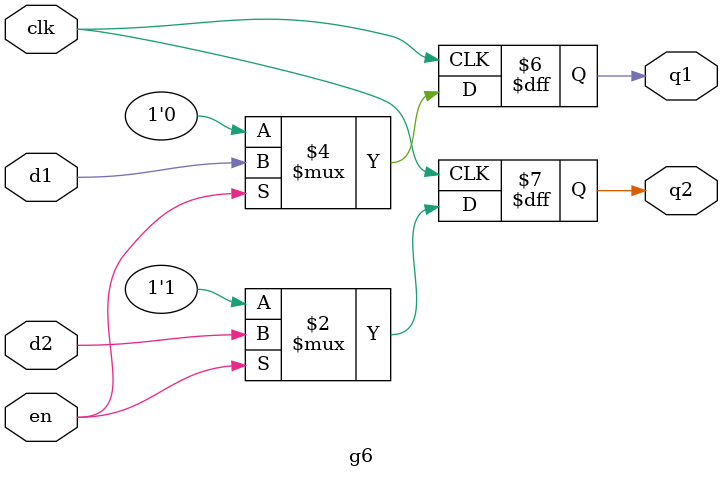
<source format=v>



module f1 (q1, q2, d1, d2, clk);

  parameter size = 1;

  output [size-1:0] q1, q2;
  input [size-1:0]  d1, d2;
  input 	    clk;

  reg [size-1:0]    q1, q2;

  always @(posedge clk)
    begin
      q1 <= d1;
      q2 <= d2;
    end

endmodule

module f2 (q1, q2, d1, d2, clk);

  parameter size = 1;

  output [size-1:0] q1, q2;
  input [size-1:0]  d1, d2;
  input 	    clk;

  reg [size-1:0]    q1, q2;

  always @(posedge clk)
    begin
      q1 <= d1;
      q1 <= d1;
      q2 <= d1;
      q2 <= d2;
    end

endmodule

module f3 (q1, q2, d1, d2, clk);

  parameter size = 1;

  output [size-1:0] q1, q2;
  input [size-1:0]  d1, d2;
  input 	    clk;

  reg [size-1:0]    q1, q2;

  // think of d1[0] here as a reset signal.  d2 does nothing.
  always @(posedge clk)
    begin
      q1 <= d1[0] ? {size{1'b0}} : q2;
      q2 <= d1[0] ? {size{1'b1}} : q1;
    end

endmodule



// G modules: flops with various conditional and unconditional always assignments.

module g1 (q1, q2, d1, d2, en, clk);

  parameter size = 1;

  output [size-1:0] q1, q2;
  input [size-1:0]  d1, d2;
  input 	    clk, en;

  reg [size-1:0]    q1, q2;

  always @(posedge clk)
    begin
      if (en) q1 <= d1;
      if (en) q2 <= d2;
    end

endmodule

module g2 (q1, q2, q3, d1, d2, en, clk);

  parameter size = 1;

  output [size-1:0] q1, q2, q3;
  input [size-1:0]  d1, d2;
  input 	    clk, en;

  reg [size-1:0]    q1, q2, q3;

  always @(posedge clk)
    begin
      q1 <= d1;
      if (en) q2 <= q1;
      if (en) q3 <= q2;
    end

endmodule

module g3 (q1, q2, d1, d2, en, clk);

  parameter size = 1;

  output [size-1:0] q1, q2;
  input [size-1:0]  d1, d2;
  input 	    clk, en;

  reg [size-1:0]    q1, q2;

  always @(posedge clk)
    begin
      q1 <= d1;
      q2 <= d2;
      if (en) q1 <= q2;
      if (en) q2 <= q1;
    end

endmodule

module g4 (q1, q2, d1, d2, en, clk);

  parameter size = 1;

  output [size-1:0] q1, q2;
  input [size-1:0]  d1, d2;
  input 	    clk, en;

  reg [size-1:0]    q1, q2;

  always @(posedge clk)
    begin
      if (en) q1 <= d1;
      if (en) q2 <= q1;
      q2 <= d2;
      q1 <= q2;
    end

endmodule

module g5 (q1, q2, d1, d2, en, clk);

  parameter size = 1;

  output [size-1:0] q1, q2;
  input [size-1:0]  d1, d2;
  input 	    clk, en;

  reg [size-1:0]    q1, q2;

  always @(posedge clk)
    begin
      q1 <= d1;
      if (en) q2 <= d2;
      if (!en) q1 <= d1;
    end

endmodule


module g6 (q1, q2, d1, d2, en, clk);

  parameter size = 1;

  output [size-1:0] q1, q2;
  input [size-1:0]  d1, d2;
  input 	    clk, en;

  reg [size-1:0]    q1, q2;

  always @(posedge clk)
    begin
      q1 <= 0;
      q2 <= 1;
      if (en)
	begin
	  q1 <= d1;
	  q2 <= d2;
	end
    end

endmodule



/*+VL

module make_tests();

  wire  q1, q2, q3, d1, d2, d3, en, clk;

  f1 f1spec (q1, q2, d1, d2, clk);
  f2 f2spec (q1, q2, d1, d2, clk);
  f3 f3spec (q1, q2, d1, d2, clk);

  g1 g1spec (q1, q2, d1, d2, en, clk);
  g2 g2spec (q1, q2, q3, d1, d2, en, clk);
  g3 g3spec (q1, q2, d1, d2, en, clk);
  g4 g4spec (q1, q2, d1, d2, en, clk);
  g5 g5spec (q1, q2, d1, d2, en, clk);
  g6 g6spec (q1, q2, d1, d2, en, clk);


 wire [3:0] q4, d4;

  f1 #(4) f1spec4 (q4, q4, d4, d4, clk);
  f2 #(4) f2spec4 (q4, q4, d4, d4, clk);
  f3 #(4) f3spec4 (q4, q4, d4, d4, clk);

  g1 #(4) g1spec4 (q4, q4, d4, d4, en, clk);
  g2 #(4) g2spec4 (q4, q4, q4, d4, d4, en, clk);
  g3 #(4) g3spec4 (q4, q4, d4, d4, en, clk);
  g4 #(4) g4spec4 (q4, q4, d4, d4, en, clk);
  g5 #(4) g5spec4 (q4, q4, d4, d4, en, clk);
  g6 #(4) g6spec4 (q4, q4, d4, d4, en, clk);

endmodule

*/

</source>
